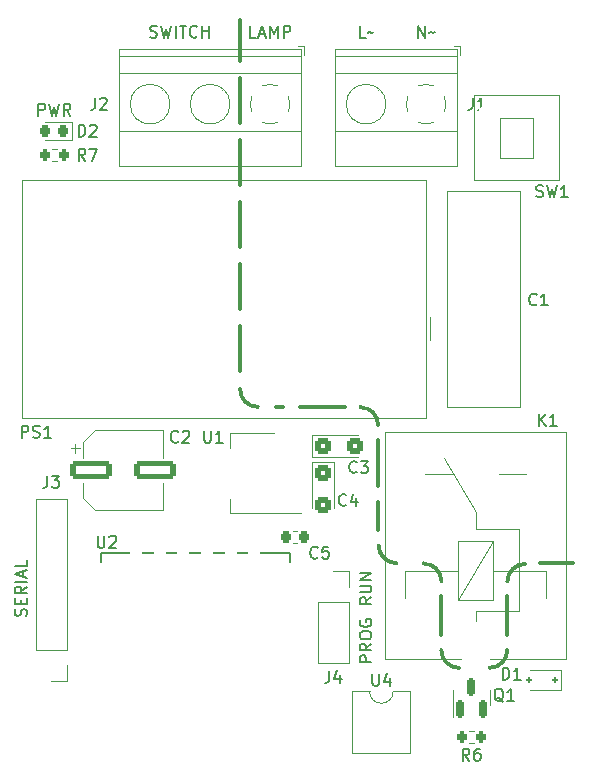
<source format=gto>
G04 #@! TF.GenerationSoftware,KiCad,Pcbnew,7.0.8*
G04 #@! TF.CreationDate,2024-05-09T14:58:02-03:00*
G04 #@! TF.ProjectId,lamp_module_x1,6c616d70-5f6d-46f6-9475-6c655f78312e,1.1*
G04 #@! TF.SameCoordinates,Original*
G04 #@! TF.FileFunction,Legend,Top*
G04 #@! TF.FilePolarity,Positive*
%FSLAX46Y46*%
G04 Gerber Fmt 4.6, Leading zero omitted, Abs format (unit mm)*
G04 Created by KiCad (PCBNEW 7.0.8) date 2024-05-09 14:58:02*
%MOMM*%
%LPD*%
G01*
G04 APERTURE LIST*
G04 Aperture macros list*
%AMRoundRect*
0 Rectangle with rounded corners*
0 $1 Rounding radius*
0 $2 $3 $4 $5 $6 $7 $8 $9 X,Y pos of 4 corners*
0 Add a 4 corners polygon primitive as box body*
4,1,4,$2,$3,$4,$5,$6,$7,$8,$9,$2,$3,0*
0 Add four circle primitives for the rounded corners*
1,1,$1+$1,$2,$3*
1,1,$1+$1,$4,$5*
1,1,$1+$1,$6,$7*
1,1,$1+$1,$8,$9*
0 Add four rect primitives between the rounded corners*
20,1,$1+$1,$2,$3,$4,$5,0*
20,1,$1+$1,$4,$5,$6,$7,0*
20,1,$1+$1,$6,$7,$8,$9,0*
20,1,$1+$1,$8,$9,$2,$3,0*%
G04 Aperture macros list end*
%ADD10C,0.350000*%
%ADD11C,0.150000*%
%ADD12C,0.120000*%
%ADD13C,0.152400*%
%ADD14R,1.500000X1.500000*%
%ADD15C,1.500000*%
%ADD16RoundRect,0.225000X-0.225000X-0.250000X0.225000X-0.250000X0.225000X0.250000X-0.225000X0.250000X0*%
%ADD17RoundRect,0.150000X0.150000X-0.587500X0.150000X0.587500X-0.150000X0.587500X-0.150000X-0.587500X0*%
%ADD18C,2.500000*%
%ADD19RoundRect,0.125000X0.125000X0.125000X-0.125000X0.125000X-0.125000X-0.125000X0.125000X-0.125000X0*%
%ADD20R,1.700000X1.700000*%
%ADD21O,1.700000X1.700000*%
%ADD22RoundRect,0.218750X0.218750X0.256250X-0.218750X0.256250X-0.218750X-0.256250X0.218750X-0.256250X0*%
%ADD23C,3.000000*%
%ADD24R,2.600000X2.600000*%
%ADD25C,2.600000*%
%ADD26R,2.000000X1.500000*%
%ADD27R,2.000000X3.800000*%
%ADD28RoundRect,0.200000X-0.200000X-0.275000X0.200000X-0.275000X0.200000X0.275000X-0.200000X0.275000X0*%
%ADD29RoundRect,0.250000X-0.425000X0.450000X-0.425000X-0.450000X0.425000X-0.450000X0.425000X0.450000X0*%
%ADD30R,2.500000X1.100000*%
%ADD31R,1.100000X2.500000*%
%ADD32C,2.400000*%
%ADD33R,2.000000X1.780000*%
%ADD34R,2.300000X2.000000*%
%ADD35C,2.300000*%
%ADD36RoundRect,0.250000X-0.450000X-0.425000X0.450000X-0.425000X0.450000X0.425000X-0.450000X0.425000X0*%
%ADD37RoundRect,0.250000X-1.500000X-0.550000X1.500000X-0.550000X1.500000X0.550000X-1.500000X0.550000X0*%
G04 APERTURE END LIST*
D10*
X165378000Y-99777300D02*
X165378000Y-103079300D01*
X170966000Y-99777300D02*
X170966000Y-103079300D01*
X160068000Y-95483300D02*
G75*
G03*
X161568000Y-96983300I1500000J0D01*
G01*
X160044000Y-86569300D02*
X160044000Y-90419300D01*
X160044000Y-91819300D02*
X160044000Y-94189300D01*
X148336000Y-82251300D02*
G75*
G03*
X149836000Y-83751300I1500000J0D01*
G01*
X165378000Y-104349300D02*
G75*
G03*
X166878000Y-105849300I1500000J0D01*
G01*
X165378000Y-98507300D02*
G75*
G03*
X163878000Y-97007300I-1500000J0D01*
G01*
X173760000Y-96983300D02*
X176554000Y-96983300D01*
X160020000Y-85275300D02*
G75*
G03*
X158520000Y-83775300I-1500000J0D01*
G01*
X157250000Y-83775300D02*
X153400000Y-83775300D01*
X152000000Y-83775300D02*
X151384000Y-83775300D01*
X172466000Y-97051900D02*
G75*
G03*
X170966000Y-98551946I100J-1500100D01*
G01*
X148336000Y-80727300D02*
X148336000Y-76877300D01*
X148336000Y-75477300D02*
X148336000Y-71627300D01*
X148336000Y-70227300D02*
X148336000Y-66377300D01*
X148336000Y-64977300D02*
X148336000Y-61127300D01*
X148336000Y-59727300D02*
X148336000Y-55877300D01*
X148336000Y-54477300D02*
X148336000Y-51009300D01*
X169466000Y-105849300D02*
G75*
G03*
X170966000Y-104349300I0J1500000D01*
G01*
D11*
X173418667Y-65939200D02*
X173561524Y-65986819D01*
X173561524Y-65986819D02*
X173799619Y-65986819D01*
X173799619Y-65986819D02*
X173894857Y-65939200D01*
X173894857Y-65939200D02*
X173942476Y-65891580D01*
X173942476Y-65891580D02*
X173990095Y-65796342D01*
X173990095Y-65796342D02*
X173990095Y-65701104D01*
X173990095Y-65701104D02*
X173942476Y-65605866D01*
X173942476Y-65605866D02*
X173894857Y-65558247D01*
X173894857Y-65558247D02*
X173799619Y-65510628D01*
X173799619Y-65510628D02*
X173609143Y-65463009D01*
X173609143Y-65463009D02*
X173513905Y-65415390D01*
X173513905Y-65415390D02*
X173466286Y-65367771D01*
X173466286Y-65367771D02*
X173418667Y-65272533D01*
X173418667Y-65272533D02*
X173418667Y-65177295D01*
X173418667Y-65177295D02*
X173466286Y-65082057D01*
X173466286Y-65082057D02*
X173513905Y-65034438D01*
X173513905Y-65034438D02*
X173609143Y-64986819D01*
X173609143Y-64986819D02*
X173847238Y-64986819D01*
X173847238Y-64986819D02*
X173990095Y-65034438D01*
X174323429Y-64986819D02*
X174561524Y-65986819D01*
X174561524Y-65986819D02*
X174752000Y-65272533D01*
X174752000Y-65272533D02*
X174942476Y-65986819D01*
X174942476Y-65986819D02*
X175180572Y-64986819D01*
X176085333Y-65986819D02*
X175513905Y-65986819D01*
X175799619Y-65986819D02*
X175799619Y-64986819D01*
X175799619Y-64986819D02*
X175704381Y-65129676D01*
X175704381Y-65129676D02*
X175609143Y-65224914D01*
X175609143Y-65224914D02*
X175513905Y-65272533D01*
X154900333Y-96498580D02*
X154852714Y-96546200D01*
X154852714Y-96546200D02*
X154709857Y-96593819D01*
X154709857Y-96593819D02*
X154614619Y-96593819D01*
X154614619Y-96593819D02*
X154471762Y-96546200D01*
X154471762Y-96546200D02*
X154376524Y-96450961D01*
X154376524Y-96450961D02*
X154328905Y-96355723D01*
X154328905Y-96355723D02*
X154281286Y-96165247D01*
X154281286Y-96165247D02*
X154281286Y-96022390D01*
X154281286Y-96022390D02*
X154328905Y-95831914D01*
X154328905Y-95831914D02*
X154376524Y-95736676D01*
X154376524Y-95736676D02*
X154471762Y-95641438D01*
X154471762Y-95641438D02*
X154614619Y-95593819D01*
X154614619Y-95593819D02*
X154709857Y-95593819D01*
X154709857Y-95593819D02*
X154852714Y-95641438D01*
X154852714Y-95641438D02*
X154900333Y-95689057D01*
X155805095Y-95593819D02*
X155328905Y-95593819D01*
X155328905Y-95593819D02*
X155281286Y-96070009D01*
X155281286Y-96070009D02*
X155328905Y-96022390D01*
X155328905Y-96022390D02*
X155424143Y-95974771D01*
X155424143Y-95974771D02*
X155662238Y-95974771D01*
X155662238Y-95974771D02*
X155757476Y-96022390D01*
X155757476Y-96022390D02*
X155805095Y-96070009D01*
X155805095Y-96070009D02*
X155852714Y-96165247D01*
X155852714Y-96165247D02*
X155852714Y-96403342D01*
X155852714Y-96403342D02*
X155805095Y-96498580D01*
X155805095Y-96498580D02*
X155757476Y-96546200D01*
X155757476Y-96546200D02*
X155662238Y-96593819D01*
X155662238Y-96593819D02*
X155424143Y-96593819D01*
X155424143Y-96593819D02*
X155328905Y-96546200D01*
X155328905Y-96546200D02*
X155281286Y-96498580D01*
X170616761Y-108709357D02*
X170521523Y-108661738D01*
X170521523Y-108661738D02*
X170426285Y-108566500D01*
X170426285Y-108566500D02*
X170283428Y-108423642D01*
X170283428Y-108423642D02*
X170188190Y-108376023D01*
X170188190Y-108376023D02*
X170092952Y-108376023D01*
X170140571Y-108614119D02*
X170045333Y-108566500D01*
X170045333Y-108566500D02*
X169950095Y-108471261D01*
X169950095Y-108471261D02*
X169902476Y-108280785D01*
X169902476Y-108280785D02*
X169902476Y-107947452D01*
X169902476Y-107947452D02*
X169950095Y-107756976D01*
X169950095Y-107756976D02*
X170045333Y-107661738D01*
X170045333Y-107661738D02*
X170140571Y-107614119D01*
X170140571Y-107614119D02*
X170331047Y-107614119D01*
X170331047Y-107614119D02*
X170426285Y-107661738D01*
X170426285Y-107661738D02*
X170521523Y-107756976D01*
X170521523Y-107756976D02*
X170569142Y-107947452D01*
X170569142Y-107947452D02*
X170569142Y-108280785D01*
X170569142Y-108280785D02*
X170521523Y-108471261D01*
X170521523Y-108471261D02*
X170426285Y-108566500D01*
X170426285Y-108566500D02*
X170331047Y-108614119D01*
X170331047Y-108614119D02*
X170140571Y-108614119D01*
X171521523Y-108614119D02*
X170950095Y-108614119D01*
X171235809Y-108614119D02*
X171235809Y-107614119D01*
X171235809Y-107614119D02*
X171140571Y-107756976D01*
X171140571Y-107756976D02*
X171045333Y-107852214D01*
X171045333Y-107852214D02*
X170950095Y-107899833D01*
X170565405Y-106836119D02*
X170565405Y-105836119D01*
X170565405Y-105836119D02*
X170803500Y-105836119D01*
X170803500Y-105836119D02*
X170946357Y-105883738D01*
X170946357Y-105883738D02*
X171041595Y-105978976D01*
X171041595Y-105978976D02*
X171089214Y-106074214D01*
X171089214Y-106074214D02*
X171136833Y-106264690D01*
X171136833Y-106264690D02*
X171136833Y-106407547D01*
X171136833Y-106407547D02*
X171089214Y-106598023D01*
X171089214Y-106598023D02*
X171041595Y-106693261D01*
X171041595Y-106693261D02*
X170946357Y-106788500D01*
X170946357Y-106788500D02*
X170803500Y-106836119D01*
X170803500Y-106836119D02*
X170565405Y-106836119D01*
X172089214Y-106836119D02*
X171517786Y-106836119D01*
X171803500Y-106836119D02*
X171803500Y-105836119D01*
X171803500Y-105836119D02*
X171708262Y-105978976D01*
X171708262Y-105978976D02*
X171613024Y-106074214D01*
X171613024Y-106074214D02*
X171517786Y-106121833D01*
X155900666Y-106090119D02*
X155900666Y-106804404D01*
X155900666Y-106804404D02*
X155853047Y-106947261D01*
X155853047Y-106947261D02*
X155757809Y-107042500D01*
X155757809Y-107042500D02*
X155614952Y-107090119D01*
X155614952Y-107090119D02*
X155519714Y-107090119D01*
X156805428Y-106423452D02*
X156805428Y-107090119D01*
X156567333Y-106042500D02*
X156329238Y-106756785D01*
X156329238Y-106756785D02*
X156948285Y-106756785D01*
X159457819Y-99880395D02*
X158981628Y-100213728D01*
X159457819Y-100451823D02*
X158457819Y-100451823D01*
X158457819Y-100451823D02*
X158457819Y-100070871D01*
X158457819Y-100070871D02*
X158505438Y-99975633D01*
X158505438Y-99975633D02*
X158553057Y-99928014D01*
X158553057Y-99928014D02*
X158648295Y-99880395D01*
X158648295Y-99880395D02*
X158791152Y-99880395D01*
X158791152Y-99880395D02*
X158886390Y-99928014D01*
X158886390Y-99928014D02*
X158934009Y-99975633D01*
X158934009Y-99975633D02*
X158981628Y-100070871D01*
X158981628Y-100070871D02*
X158981628Y-100451823D01*
X158457819Y-99451823D02*
X159267342Y-99451823D01*
X159267342Y-99451823D02*
X159362580Y-99404204D01*
X159362580Y-99404204D02*
X159410200Y-99356585D01*
X159410200Y-99356585D02*
X159457819Y-99261347D01*
X159457819Y-99261347D02*
X159457819Y-99070871D01*
X159457819Y-99070871D02*
X159410200Y-98975633D01*
X159410200Y-98975633D02*
X159362580Y-98928014D01*
X159362580Y-98928014D02*
X159267342Y-98880395D01*
X159267342Y-98880395D02*
X158457819Y-98880395D01*
X159457819Y-98404204D02*
X158457819Y-98404204D01*
X158457819Y-98404204D02*
X159457819Y-97832776D01*
X159457819Y-97832776D02*
X158457819Y-97832776D01*
X159457819Y-105373013D02*
X158457819Y-105373013D01*
X158457819Y-105373013D02*
X158457819Y-104992061D01*
X158457819Y-104992061D02*
X158505438Y-104896823D01*
X158505438Y-104896823D02*
X158553057Y-104849204D01*
X158553057Y-104849204D02*
X158648295Y-104801585D01*
X158648295Y-104801585D02*
X158791152Y-104801585D01*
X158791152Y-104801585D02*
X158886390Y-104849204D01*
X158886390Y-104849204D02*
X158934009Y-104896823D01*
X158934009Y-104896823D02*
X158981628Y-104992061D01*
X158981628Y-104992061D02*
X158981628Y-105373013D01*
X159457819Y-103801585D02*
X158981628Y-104134918D01*
X159457819Y-104373013D02*
X158457819Y-104373013D01*
X158457819Y-104373013D02*
X158457819Y-103992061D01*
X158457819Y-103992061D02*
X158505438Y-103896823D01*
X158505438Y-103896823D02*
X158553057Y-103849204D01*
X158553057Y-103849204D02*
X158648295Y-103801585D01*
X158648295Y-103801585D02*
X158791152Y-103801585D01*
X158791152Y-103801585D02*
X158886390Y-103849204D01*
X158886390Y-103849204D02*
X158934009Y-103896823D01*
X158934009Y-103896823D02*
X158981628Y-103992061D01*
X158981628Y-103992061D02*
X158981628Y-104373013D01*
X158457819Y-103182537D02*
X158457819Y-102992061D01*
X158457819Y-102992061D02*
X158505438Y-102896823D01*
X158505438Y-102896823D02*
X158600676Y-102801585D01*
X158600676Y-102801585D02*
X158791152Y-102753966D01*
X158791152Y-102753966D02*
X159124485Y-102753966D01*
X159124485Y-102753966D02*
X159314961Y-102801585D01*
X159314961Y-102801585D02*
X159410200Y-102896823D01*
X159410200Y-102896823D02*
X159457819Y-102992061D01*
X159457819Y-102992061D02*
X159457819Y-103182537D01*
X159457819Y-103182537D02*
X159410200Y-103277775D01*
X159410200Y-103277775D02*
X159314961Y-103373013D01*
X159314961Y-103373013D02*
X159124485Y-103420632D01*
X159124485Y-103420632D02*
X158791152Y-103420632D01*
X158791152Y-103420632D02*
X158600676Y-103373013D01*
X158600676Y-103373013D02*
X158505438Y-103277775D01*
X158505438Y-103277775D02*
X158457819Y-103182537D01*
X158505438Y-101801585D02*
X158457819Y-101896823D01*
X158457819Y-101896823D02*
X158457819Y-102039680D01*
X158457819Y-102039680D02*
X158505438Y-102182537D01*
X158505438Y-102182537D02*
X158600676Y-102277775D01*
X158600676Y-102277775D02*
X158695914Y-102325394D01*
X158695914Y-102325394D02*
X158886390Y-102373013D01*
X158886390Y-102373013D02*
X159029247Y-102373013D01*
X159029247Y-102373013D02*
X159219723Y-102325394D01*
X159219723Y-102325394D02*
X159314961Y-102277775D01*
X159314961Y-102277775D02*
X159410200Y-102182537D01*
X159410200Y-102182537D02*
X159457819Y-102039680D01*
X159457819Y-102039680D02*
X159457819Y-101944442D01*
X159457819Y-101944442D02*
X159410200Y-101801585D01*
X159410200Y-101801585D02*
X159362580Y-101753966D01*
X159362580Y-101753966D02*
X159029247Y-101753966D01*
X159029247Y-101753966D02*
X159029247Y-101944442D01*
X134667905Y-60862119D02*
X134667905Y-59862119D01*
X134667905Y-59862119D02*
X134906000Y-59862119D01*
X134906000Y-59862119D02*
X135048857Y-59909738D01*
X135048857Y-59909738D02*
X135144095Y-60004976D01*
X135144095Y-60004976D02*
X135191714Y-60100214D01*
X135191714Y-60100214D02*
X135239333Y-60290690D01*
X135239333Y-60290690D02*
X135239333Y-60433547D01*
X135239333Y-60433547D02*
X135191714Y-60624023D01*
X135191714Y-60624023D02*
X135144095Y-60719261D01*
X135144095Y-60719261D02*
X135048857Y-60814500D01*
X135048857Y-60814500D02*
X134906000Y-60862119D01*
X134906000Y-60862119D02*
X134667905Y-60862119D01*
X135620286Y-59957357D02*
X135667905Y-59909738D01*
X135667905Y-59909738D02*
X135763143Y-59862119D01*
X135763143Y-59862119D02*
X136001238Y-59862119D01*
X136001238Y-59862119D02*
X136096476Y-59909738D01*
X136096476Y-59909738D02*
X136144095Y-59957357D01*
X136144095Y-59957357D02*
X136191714Y-60052595D01*
X136191714Y-60052595D02*
X136191714Y-60147833D01*
X136191714Y-60147833D02*
X136144095Y-60290690D01*
X136144095Y-60290690D02*
X135572667Y-60862119D01*
X135572667Y-60862119D02*
X136191714Y-60862119D01*
X131258667Y-59084119D02*
X131258667Y-58084119D01*
X131258667Y-58084119D02*
X131639619Y-58084119D01*
X131639619Y-58084119D02*
X131734857Y-58131738D01*
X131734857Y-58131738D02*
X131782476Y-58179357D01*
X131782476Y-58179357D02*
X131830095Y-58274595D01*
X131830095Y-58274595D02*
X131830095Y-58417452D01*
X131830095Y-58417452D02*
X131782476Y-58512690D01*
X131782476Y-58512690D02*
X131734857Y-58560309D01*
X131734857Y-58560309D02*
X131639619Y-58607928D01*
X131639619Y-58607928D02*
X131258667Y-58607928D01*
X132163429Y-58084119D02*
X132401524Y-59084119D01*
X132401524Y-59084119D02*
X132592000Y-58369833D01*
X132592000Y-58369833D02*
X132782476Y-59084119D01*
X132782476Y-59084119D02*
X133020572Y-58084119D01*
X133972952Y-59084119D02*
X133639619Y-58607928D01*
X133401524Y-59084119D02*
X133401524Y-58084119D01*
X133401524Y-58084119D02*
X133782476Y-58084119D01*
X133782476Y-58084119D02*
X133877714Y-58131738D01*
X133877714Y-58131738D02*
X133925333Y-58179357D01*
X133925333Y-58179357D02*
X133972952Y-58274595D01*
X133972952Y-58274595D02*
X133972952Y-58417452D01*
X133972952Y-58417452D02*
X133925333Y-58512690D01*
X133925333Y-58512690D02*
X133877714Y-58560309D01*
X133877714Y-58560309D02*
X133782476Y-58607928D01*
X133782476Y-58607928D02*
X133401524Y-58607928D01*
X173625905Y-85350119D02*
X173625905Y-84350119D01*
X174197333Y-85350119D02*
X173768762Y-84778690D01*
X174197333Y-84350119D02*
X173625905Y-84921547D01*
X175149714Y-85350119D02*
X174578286Y-85350119D01*
X174864000Y-85350119D02*
X174864000Y-84350119D01*
X174864000Y-84350119D02*
X174768762Y-84492976D01*
X174768762Y-84492976D02*
X174673524Y-84588214D01*
X174673524Y-84588214D02*
X174578286Y-84635833D01*
X136064666Y-57576119D02*
X136064666Y-58290404D01*
X136064666Y-58290404D02*
X136017047Y-58433261D01*
X136017047Y-58433261D02*
X135921809Y-58528500D01*
X135921809Y-58528500D02*
X135778952Y-58576119D01*
X135778952Y-58576119D02*
X135683714Y-58576119D01*
X136493238Y-57671357D02*
X136540857Y-57623738D01*
X136540857Y-57623738D02*
X136636095Y-57576119D01*
X136636095Y-57576119D02*
X136874190Y-57576119D01*
X136874190Y-57576119D02*
X136969428Y-57623738D01*
X136969428Y-57623738D02*
X137017047Y-57671357D01*
X137017047Y-57671357D02*
X137064666Y-57766595D01*
X137064666Y-57766595D02*
X137064666Y-57861833D01*
X137064666Y-57861833D02*
X137017047Y-58004690D01*
X137017047Y-58004690D02*
X136445619Y-58576119D01*
X136445619Y-58576119D02*
X137064666Y-58576119D01*
X140732000Y-52432500D02*
X140874857Y-52480119D01*
X140874857Y-52480119D02*
X141112952Y-52480119D01*
X141112952Y-52480119D02*
X141208190Y-52432500D01*
X141208190Y-52432500D02*
X141255809Y-52384880D01*
X141255809Y-52384880D02*
X141303428Y-52289642D01*
X141303428Y-52289642D02*
X141303428Y-52194404D01*
X141303428Y-52194404D02*
X141255809Y-52099166D01*
X141255809Y-52099166D02*
X141208190Y-52051547D01*
X141208190Y-52051547D02*
X141112952Y-52003928D01*
X141112952Y-52003928D02*
X140922476Y-51956309D01*
X140922476Y-51956309D02*
X140827238Y-51908690D01*
X140827238Y-51908690D02*
X140779619Y-51861071D01*
X140779619Y-51861071D02*
X140732000Y-51765833D01*
X140732000Y-51765833D02*
X140732000Y-51670595D01*
X140732000Y-51670595D02*
X140779619Y-51575357D01*
X140779619Y-51575357D02*
X140827238Y-51527738D01*
X140827238Y-51527738D02*
X140922476Y-51480119D01*
X140922476Y-51480119D02*
X141160571Y-51480119D01*
X141160571Y-51480119D02*
X141303428Y-51527738D01*
X141636762Y-51480119D02*
X141874857Y-52480119D01*
X141874857Y-52480119D02*
X142065333Y-51765833D01*
X142065333Y-51765833D02*
X142255809Y-52480119D01*
X142255809Y-52480119D02*
X142493905Y-51480119D01*
X142874857Y-52480119D02*
X142874857Y-51480119D01*
X143208190Y-51480119D02*
X143779618Y-51480119D01*
X143493904Y-52480119D02*
X143493904Y-51480119D01*
X144684380Y-52384880D02*
X144636761Y-52432500D01*
X144636761Y-52432500D02*
X144493904Y-52480119D01*
X144493904Y-52480119D02*
X144398666Y-52480119D01*
X144398666Y-52480119D02*
X144255809Y-52432500D01*
X144255809Y-52432500D02*
X144160571Y-52337261D01*
X144160571Y-52337261D02*
X144112952Y-52242023D01*
X144112952Y-52242023D02*
X144065333Y-52051547D01*
X144065333Y-52051547D02*
X144065333Y-51908690D01*
X144065333Y-51908690D02*
X144112952Y-51718214D01*
X144112952Y-51718214D02*
X144160571Y-51622976D01*
X144160571Y-51622976D02*
X144255809Y-51527738D01*
X144255809Y-51527738D02*
X144398666Y-51480119D01*
X144398666Y-51480119D02*
X144493904Y-51480119D01*
X144493904Y-51480119D02*
X144636761Y-51527738D01*
X144636761Y-51527738D02*
X144684380Y-51575357D01*
X145112952Y-52480119D02*
X145112952Y-51480119D01*
X145112952Y-51956309D02*
X145684380Y-51956309D01*
X145684380Y-52480119D02*
X145684380Y-51480119D01*
X149685523Y-52480119D02*
X149209333Y-52480119D01*
X149209333Y-52480119D02*
X149209333Y-51480119D01*
X149971238Y-52194404D02*
X150447428Y-52194404D01*
X149876000Y-52480119D02*
X150209333Y-51480119D01*
X150209333Y-51480119D02*
X150542666Y-52480119D01*
X150876000Y-52480119D02*
X150876000Y-51480119D01*
X150876000Y-51480119D02*
X151209333Y-52194404D01*
X151209333Y-52194404D02*
X151542666Y-51480119D01*
X151542666Y-51480119D02*
X151542666Y-52480119D01*
X152018857Y-52480119D02*
X152018857Y-51480119D01*
X152018857Y-51480119D02*
X152399809Y-51480119D01*
X152399809Y-51480119D02*
X152495047Y-51527738D01*
X152495047Y-51527738D02*
X152542666Y-51575357D01*
X152542666Y-51575357D02*
X152590285Y-51670595D01*
X152590285Y-51670595D02*
X152590285Y-51813452D01*
X152590285Y-51813452D02*
X152542666Y-51908690D01*
X152542666Y-51908690D02*
X152495047Y-51956309D01*
X152495047Y-51956309D02*
X152399809Y-52003928D01*
X152399809Y-52003928D02*
X152018857Y-52003928D01*
X132024666Y-89580119D02*
X132024666Y-90294404D01*
X132024666Y-90294404D02*
X131977047Y-90437261D01*
X131977047Y-90437261D02*
X131881809Y-90532500D01*
X131881809Y-90532500D02*
X131738952Y-90580119D01*
X131738952Y-90580119D02*
X131643714Y-90580119D01*
X132405619Y-89580119D02*
X133024666Y-89580119D01*
X133024666Y-89580119D02*
X132691333Y-89961071D01*
X132691333Y-89961071D02*
X132834190Y-89961071D01*
X132834190Y-89961071D02*
X132929428Y-90008690D01*
X132929428Y-90008690D02*
X132977047Y-90056309D01*
X132977047Y-90056309D02*
X133024666Y-90151547D01*
X133024666Y-90151547D02*
X133024666Y-90389642D01*
X133024666Y-90389642D02*
X132977047Y-90484880D01*
X132977047Y-90484880D02*
X132929428Y-90532500D01*
X132929428Y-90532500D02*
X132834190Y-90580119D01*
X132834190Y-90580119D02*
X132548476Y-90580119D01*
X132548476Y-90580119D02*
X132453238Y-90532500D01*
X132453238Y-90532500D02*
X132405619Y-90484880D01*
X130225200Y-101451823D02*
X130272819Y-101308966D01*
X130272819Y-101308966D02*
X130272819Y-101070871D01*
X130272819Y-101070871D02*
X130225200Y-100975633D01*
X130225200Y-100975633D02*
X130177580Y-100928014D01*
X130177580Y-100928014D02*
X130082342Y-100880395D01*
X130082342Y-100880395D02*
X129987104Y-100880395D01*
X129987104Y-100880395D02*
X129891866Y-100928014D01*
X129891866Y-100928014D02*
X129844247Y-100975633D01*
X129844247Y-100975633D02*
X129796628Y-101070871D01*
X129796628Y-101070871D02*
X129749009Y-101261347D01*
X129749009Y-101261347D02*
X129701390Y-101356585D01*
X129701390Y-101356585D02*
X129653771Y-101404204D01*
X129653771Y-101404204D02*
X129558533Y-101451823D01*
X129558533Y-101451823D02*
X129463295Y-101451823D01*
X129463295Y-101451823D02*
X129368057Y-101404204D01*
X129368057Y-101404204D02*
X129320438Y-101356585D01*
X129320438Y-101356585D02*
X129272819Y-101261347D01*
X129272819Y-101261347D02*
X129272819Y-101023252D01*
X129272819Y-101023252D02*
X129320438Y-100880395D01*
X129749009Y-100451823D02*
X129749009Y-100118490D01*
X130272819Y-99975633D02*
X130272819Y-100451823D01*
X130272819Y-100451823D02*
X129272819Y-100451823D01*
X129272819Y-100451823D02*
X129272819Y-99975633D01*
X130272819Y-98975633D02*
X129796628Y-99308966D01*
X130272819Y-99547061D02*
X129272819Y-99547061D01*
X129272819Y-99547061D02*
X129272819Y-99166109D01*
X129272819Y-99166109D02*
X129320438Y-99070871D01*
X129320438Y-99070871D02*
X129368057Y-99023252D01*
X129368057Y-99023252D02*
X129463295Y-98975633D01*
X129463295Y-98975633D02*
X129606152Y-98975633D01*
X129606152Y-98975633D02*
X129701390Y-99023252D01*
X129701390Y-99023252D02*
X129749009Y-99070871D01*
X129749009Y-99070871D02*
X129796628Y-99166109D01*
X129796628Y-99166109D02*
X129796628Y-99547061D01*
X130272819Y-98547061D02*
X129272819Y-98547061D01*
X129987104Y-98118490D02*
X129987104Y-97642300D01*
X130272819Y-98213728D02*
X129272819Y-97880395D01*
X129272819Y-97880395D02*
X130272819Y-97547062D01*
X130272819Y-96737538D02*
X130272819Y-97213728D01*
X130272819Y-97213728D02*
X129272819Y-97213728D01*
X168036666Y-57576119D02*
X168036666Y-58290404D01*
X168036666Y-58290404D02*
X167989047Y-58433261D01*
X167989047Y-58433261D02*
X167893809Y-58528500D01*
X167893809Y-58528500D02*
X167750952Y-58576119D01*
X167750952Y-58576119D02*
X167655714Y-58576119D01*
X169036666Y-58576119D02*
X168465238Y-58576119D01*
X168750952Y-58576119D02*
X168750952Y-57576119D01*
X168750952Y-57576119D02*
X168655714Y-57718976D01*
X168655714Y-57718976D02*
X168560476Y-57814214D01*
X168560476Y-57814214D02*
X168465238Y-57861833D01*
X163441143Y-52480119D02*
X163441143Y-51480119D01*
X163441143Y-51480119D02*
X164012571Y-52480119D01*
X164012571Y-52480119D02*
X164012571Y-51480119D01*
X164345905Y-52099166D02*
X164393524Y-52051547D01*
X164393524Y-52051547D02*
X164488762Y-52003928D01*
X164488762Y-52003928D02*
X164679238Y-52099166D01*
X164679238Y-52099166D02*
X164774476Y-52051547D01*
X164774476Y-52051547D02*
X164822095Y-52003928D01*
X158956380Y-52480119D02*
X158480190Y-52480119D01*
X158480190Y-52480119D02*
X158480190Y-51480119D01*
X159146857Y-52099166D02*
X159194476Y-52051547D01*
X159194476Y-52051547D02*
X159289714Y-52003928D01*
X159289714Y-52003928D02*
X159480190Y-52099166D01*
X159480190Y-52099166D02*
X159575428Y-52051547D01*
X159575428Y-52051547D02*
X159623047Y-52003928D01*
X145288094Y-85770119D02*
X145288094Y-86579642D01*
X145288094Y-86579642D02*
X145335713Y-86674880D01*
X145335713Y-86674880D02*
X145383332Y-86722500D01*
X145383332Y-86722500D02*
X145478570Y-86770119D01*
X145478570Y-86770119D02*
X145669046Y-86770119D01*
X145669046Y-86770119D02*
X145764284Y-86722500D01*
X145764284Y-86722500D02*
X145811903Y-86674880D01*
X145811903Y-86674880D02*
X145859522Y-86579642D01*
X145859522Y-86579642D02*
X145859522Y-85770119D01*
X146859522Y-86770119D02*
X146288094Y-86770119D01*
X146573808Y-86770119D02*
X146573808Y-85770119D01*
X146573808Y-85770119D02*
X146478570Y-85912976D01*
X146478570Y-85912976D02*
X146383332Y-86008214D01*
X146383332Y-86008214D02*
X146288094Y-86055833D01*
X167751333Y-113694119D02*
X167418000Y-113217928D01*
X167179905Y-113694119D02*
X167179905Y-112694119D01*
X167179905Y-112694119D02*
X167560857Y-112694119D01*
X167560857Y-112694119D02*
X167656095Y-112741738D01*
X167656095Y-112741738D02*
X167703714Y-112789357D01*
X167703714Y-112789357D02*
X167751333Y-112884595D01*
X167751333Y-112884595D02*
X167751333Y-113027452D01*
X167751333Y-113027452D02*
X167703714Y-113122690D01*
X167703714Y-113122690D02*
X167656095Y-113170309D01*
X167656095Y-113170309D02*
X167560857Y-113217928D01*
X167560857Y-113217928D02*
X167179905Y-113217928D01*
X168608476Y-112694119D02*
X168418000Y-112694119D01*
X168418000Y-112694119D02*
X168322762Y-112741738D01*
X168322762Y-112741738D02*
X168275143Y-112789357D01*
X168275143Y-112789357D02*
X168179905Y-112932214D01*
X168179905Y-112932214D02*
X168132286Y-113122690D01*
X168132286Y-113122690D02*
X168132286Y-113503642D01*
X168132286Y-113503642D02*
X168179905Y-113598880D01*
X168179905Y-113598880D02*
X168227524Y-113646500D01*
X168227524Y-113646500D02*
X168322762Y-113694119D01*
X168322762Y-113694119D02*
X168513238Y-113694119D01*
X168513238Y-113694119D02*
X168608476Y-113646500D01*
X168608476Y-113646500D02*
X168656095Y-113598880D01*
X168656095Y-113598880D02*
X168703714Y-113503642D01*
X168703714Y-113503642D02*
X168703714Y-113265547D01*
X168703714Y-113265547D02*
X168656095Y-113170309D01*
X168656095Y-113170309D02*
X168608476Y-113122690D01*
X168608476Y-113122690D02*
X168513238Y-113075071D01*
X168513238Y-113075071D02*
X168322762Y-113075071D01*
X168322762Y-113075071D02*
X168227524Y-113122690D01*
X168227524Y-113122690D02*
X168179905Y-113170309D01*
X168179905Y-113170309D02*
X168132286Y-113265547D01*
X157313333Y-92053580D02*
X157265714Y-92101200D01*
X157265714Y-92101200D02*
X157122857Y-92148819D01*
X157122857Y-92148819D02*
X157027619Y-92148819D01*
X157027619Y-92148819D02*
X156884762Y-92101200D01*
X156884762Y-92101200D02*
X156789524Y-92005961D01*
X156789524Y-92005961D02*
X156741905Y-91910723D01*
X156741905Y-91910723D02*
X156694286Y-91720247D01*
X156694286Y-91720247D02*
X156694286Y-91577390D01*
X156694286Y-91577390D02*
X156741905Y-91386914D01*
X156741905Y-91386914D02*
X156789524Y-91291676D01*
X156789524Y-91291676D02*
X156884762Y-91196438D01*
X156884762Y-91196438D02*
X157027619Y-91148819D01*
X157027619Y-91148819D02*
X157122857Y-91148819D01*
X157122857Y-91148819D02*
X157265714Y-91196438D01*
X157265714Y-91196438D02*
X157313333Y-91244057D01*
X158170476Y-91482152D02*
X158170476Y-92148819D01*
X157932381Y-91101200D02*
X157694286Y-91815485D01*
X157694286Y-91815485D02*
X158313333Y-91815485D01*
X136269095Y-94669619D02*
X136269095Y-95479142D01*
X136269095Y-95479142D02*
X136316714Y-95574380D01*
X136316714Y-95574380D02*
X136364333Y-95622000D01*
X136364333Y-95622000D02*
X136459571Y-95669619D01*
X136459571Y-95669619D02*
X136650047Y-95669619D01*
X136650047Y-95669619D02*
X136745285Y-95622000D01*
X136745285Y-95622000D02*
X136792904Y-95574380D01*
X136792904Y-95574380D02*
X136840523Y-95479142D01*
X136840523Y-95479142D02*
X136840523Y-94669619D01*
X137269095Y-94764857D02*
X137316714Y-94717238D01*
X137316714Y-94717238D02*
X137411952Y-94669619D01*
X137411952Y-94669619D02*
X137650047Y-94669619D01*
X137650047Y-94669619D02*
X137745285Y-94717238D01*
X137745285Y-94717238D02*
X137792904Y-94764857D01*
X137792904Y-94764857D02*
X137840523Y-94860095D01*
X137840523Y-94860095D02*
X137840523Y-94955333D01*
X137840523Y-94955333D02*
X137792904Y-95098190D01*
X137792904Y-95098190D02*
X137221476Y-95669619D01*
X137221476Y-95669619D02*
X137840523Y-95669619D01*
X173441333Y-75070880D02*
X173393714Y-75118500D01*
X173393714Y-75118500D02*
X173250857Y-75166119D01*
X173250857Y-75166119D02*
X173155619Y-75166119D01*
X173155619Y-75166119D02*
X173012762Y-75118500D01*
X173012762Y-75118500D02*
X172917524Y-75023261D01*
X172917524Y-75023261D02*
X172869905Y-74928023D01*
X172869905Y-74928023D02*
X172822286Y-74737547D01*
X172822286Y-74737547D02*
X172822286Y-74594690D01*
X172822286Y-74594690D02*
X172869905Y-74404214D01*
X172869905Y-74404214D02*
X172917524Y-74308976D01*
X172917524Y-74308976D02*
X173012762Y-74213738D01*
X173012762Y-74213738D02*
X173155619Y-74166119D01*
X173155619Y-74166119D02*
X173250857Y-74166119D01*
X173250857Y-74166119D02*
X173393714Y-74213738D01*
X173393714Y-74213738D02*
X173441333Y-74261357D01*
X174393714Y-75166119D02*
X173822286Y-75166119D01*
X174108000Y-75166119D02*
X174108000Y-74166119D01*
X174108000Y-74166119D02*
X174012762Y-74308976D01*
X174012762Y-74308976D02*
X173917524Y-74404214D01*
X173917524Y-74404214D02*
X173822286Y-74451833D01*
X159536095Y-106344119D02*
X159536095Y-107153642D01*
X159536095Y-107153642D02*
X159583714Y-107248880D01*
X159583714Y-107248880D02*
X159631333Y-107296500D01*
X159631333Y-107296500D02*
X159726571Y-107344119D01*
X159726571Y-107344119D02*
X159917047Y-107344119D01*
X159917047Y-107344119D02*
X160012285Y-107296500D01*
X160012285Y-107296500D02*
X160059904Y-107248880D01*
X160059904Y-107248880D02*
X160107523Y-107153642D01*
X160107523Y-107153642D02*
X160107523Y-106344119D01*
X161012285Y-106677452D02*
X161012285Y-107344119D01*
X160774190Y-106296500D02*
X160536095Y-107010785D01*
X160536095Y-107010785D02*
X161155142Y-107010785D01*
X129841714Y-86358119D02*
X129841714Y-85358119D01*
X129841714Y-85358119D02*
X130222666Y-85358119D01*
X130222666Y-85358119D02*
X130317904Y-85405738D01*
X130317904Y-85405738D02*
X130365523Y-85453357D01*
X130365523Y-85453357D02*
X130413142Y-85548595D01*
X130413142Y-85548595D02*
X130413142Y-85691452D01*
X130413142Y-85691452D02*
X130365523Y-85786690D01*
X130365523Y-85786690D02*
X130317904Y-85834309D01*
X130317904Y-85834309D02*
X130222666Y-85881928D01*
X130222666Y-85881928D02*
X129841714Y-85881928D01*
X130794095Y-86310500D02*
X130936952Y-86358119D01*
X130936952Y-86358119D02*
X131175047Y-86358119D01*
X131175047Y-86358119D02*
X131270285Y-86310500D01*
X131270285Y-86310500D02*
X131317904Y-86262880D01*
X131317904Y-86262880D02*
X131365523Y-86167642D01*
X131365523Y-86167642D02*
X131365523Y-86072404D01*
X131365523Y-86072404D02*
X131317904Y-85977166D01*
X131317904Y-85977166D02*
X131270285Y-85929547D01*
X131270285Y-85929547D02*
X131175047Y-85881928D01*
X131175047Y-85881928D02*
X130984571Y-85834309D01*
X130984571Y-85834309D02*
X130889333Y-85786690D01*
X130889333Y-85786690D02*
X130841714Y-85739071D01*
X130841714Y-85739071D02*
X130794095Y-85643833D01*
X130794095Y-85643833D02*
X130794095Y-85548595D01*
X130794095Y-85548595D02*
X130841714Y-85453357D01*
X130841714Y-85453357D02*
X130889333Y-85405738D01*
X130889333Y-85405738D02*
X130984571Y-85358119D01*
X130984571Y-85358119D02*
X131222666Y-85358119D01*
X131222666Y-85358119D02*
X131365523Y-85405738D01*
X132317904Y-86358119D02*
X131746476Y-86358119D01*
X132032190Y-86358119D02*
X132032190Y-85358119D01*
X132032190Y-85358119D02*
X131936952Y-85500976D01*
X131936952Y-85500976D02*
X131841714Y-85596214D01*
X131841714Y-85596214D02*
X131746476Y-85643833D01*
X158202333Y-89259580D02*
X158154714Y-89307200D01*
X158154714Y-89307200D02*
X158011857Y-89354819D01*
X158011857Y-89354819D02*
X157916619Y-89354819D01*
X157916619Y-89354819D02*
X157773762Y-89307200D01*
X157773762Y-89307200D02*
X157678524Y-89211961D01*
X157678524Y-89211961D02*
X157630905Y-89116723D01*
X157630905Y-89116723D02*
X157583286Y-88926247D01*
X157583286Y-88926247D02*
X157583286Y-88783390D01*
X157583286Y-88783390D02*
X157630905Y-88592914D01*
X157630905Y-88592914D02*
X157678524Y-88497676D01*
X157678524Y-88497676D02*
X157773762Y-88402438D01*
X157773762Y-88402438D02*
X157916619Y-88354819D01*
X157916619Y-88354819D02*
X158011857Y-88354819D01*
X158011857Y-88354819D02*
X158154714Y-88402438D01*
X158154714Y-88402438D02*
X158202333Y-88450057D01*
X158535667Y-88354819D02*
X159154714Y-88354819D01*
X159154714Y-88354819D02*
X158821381Y-88735771D01*
X158821381Y-88735771D02*
X158964238Y-88735771D01*
X158964238Y-88735771D02*
X159059476Y-88783390D01*
X159059476Y-88783390D02*
X159107095Y-88831009D01*
X159107095Y-88831009D02*
X159154714Y-88926247D01*
X159154714Y-88926247D02*
X159154714Y-89164342D01*
X159154714Y-89164342D02*
X159107095Y-89259580D01*
X159107095Y-89259580D02*
X159059476Y-89307200D01*
X159059476Y-89307200D02*
X158964238Y-89354819D01*
X158964238Y-89354819D02*
X158678524Y-89354819D01*
X158678524Y-89354819D02*
X158583286Y-89307200D01*
X158583286Y-89307200D02*
X158535667Y-89259580D01*
X143089333Y-86674880D02*
X143041714Y-86722500D01*
X143041714Y-86722500D02*
X142898857Y-86770119D01*
X142898857Y-86770119D02*
X142803619Y-86770119D01*
X142803619Y-86770119D02*
X142660762Y-86722500D01*
X142660762Y-86722500D02*
X142565524Y-86627261D01*
X142565524Y-86627261D02*
X142517905Y-86532023D01*
X142517905Y-86532023D02*
X142470286Y-86341547D01*
X142470286Y-86341547D02*
X142470286Y-86198690D01*
X142470286Y-86198690D02*
X142517905Y-86008214D01*
X142517905Y-86008214D02*
X142565524Y-85912976D01*
X142565524Y-85912976D02*
X142660762Y-85817738D01*
X142660762Y-85817738D02*
X142803619Y-85770119D01*
X142803619Y-85770119D02*
X142898857Y-85770119D01*
X142898857Y-85770119D02*
X143041714Y-85817738D01*
X143041714Y-85817738D02*
X143089333Y-85865357D01*
X143470286Y-85865357D02*
X143517905Y-85817738D01*
X143517905Y-85817738D02*
X143613143Y-85770119D01*
X143613143Y-85770119D02*
X143851238Y-85770119D01*
X143851238Y-85770119D02*
X143946476Y-85817738D01*
X143946476Y-85817738D02*
X143994095Y-85865357D01*
X143994095Y-85865357D02*
X144041714Y-85960595D01*
X144041714Y-85960595D02*
X144041714Y-86055833D01*
X144041714Y-86055833D02*
X143994095Y-86198690D01*
X143994095Y-86198690D02*
X143422667Y-86770119D01*
X143422667Y-86770119D02*
X144041714Y-86770119D01*
X135239333Y-62894119D02*
X134906000Y-62417928D01*
X134667905Y-62894119D02*
X134667905Y-61894119D01*
X134667905Y-61894119D02*
X135048857Y-61894119D01*
X135048857Y-61894119D02*
X135144095Y-61941738D01*
X135144095Y-61941738D02*
X135191714Y-61989357D01*
X135191714Y-61989357D02*
X135239333Y-62084595D01*
X135239333Y-62084595D02*
X135239333Y-62227452D01*
X135239333Y-62227452D02*
X135191714Y-62322690D01*
X135191714Y-62322690D02*
X135144095Y-62370309D01*
X135144095Y-62370309D02*
X135048857Y-62417928D01*
X135048857Y-62417928D02*
X134667905Y-62417928D01*
X135572667Y-61894119D02*
X136239333Y-61894119D01*
X136239333Y-61894119D02*
X135810762Y-62894119D01*
D12*
X175304000Y-64560000D02*
X168104000Y-64560000D01*
X170304000Y-62660000D02*
X173104000Y-62660000D01*
X170304000Y-59260000D02*
X170304000Y-62660000D01*
X170304000Y-59260000D02*
X173104000Y-59260000D01*
X173104000Y-59260000D02*
X173104000Y-62660000D01*
X168104000Y-57360000D02*
X168104000Y-64560000D01*
X175304000Y-57360000D02*
X175304000Y-64560000D01*
X175304000Y-57360000D02*
X168104000Y-57360000D01*
X152858420Y-94232000D02*
X153139580Y-94232000D01*
X152858420Y-95252000D02*
X153139580Y-95252000D01*
X166358000Y-108367300D02*
X166358000Y-110042300D01*
X166358000Y-108367300D02*
X166358000Y-107717300D01*
X169478000Y-108367300D02*
X169478000Y-109017300D01*
X169478000Y-108367300D02*
X169478000Y-107717300D01*
X175505500Y-107739300D02*
X175505500Y-106039300D01*
X175505500Y-107739300D02*
X172845500Y-107739300D01*
X175505500Y-106039300D02*
X172845500Y-106039300D01*
X154904000Y-100285300D02*
X154904000Y-105425300D01*
X154904000Y-100285300D02*
X157564000Y-100285300D01*
X154904000Y-105425300D02*
X157564000Y-105425300D01*
X156234000Y-97685300D02*
X157564000Y-97685300D01*
X157564000Y-97685300D02*
X157564000Y-99015300D01*
X157564000Y-100285300D02*
X157564000Y-105425300D01*
X134077000Y-61142300D02*
X134077000Y-59672300D01*
X134077000Y-59672300D02*
X131792000Y-59672300D01*
X131792000Y-61142300D02*
X134077000Y-61142300D01*
X160568000Y-105113300D02*
X167068000Y-105113300D01*
X160568000Y-105113300D02*
X160568000Y-85913300D01*
X169468000Y-105113300D02*
X175968000Y-105113300D01*
X168268000Y-101013300D02*
X168268000Y-101913300D01*
X168268000Y-101013300D02*
X171968000Y-101013300D01*
X166768000Y-100113300D02*
X166768000Y-95113300D01*
X169768000Y-100113300D02*
X166768000Y-100113300D01*
X174268000Y-99913300D02*
X174268000Y-97613300D01*
X162268000Y-97613300D02*
X162268000Y-99913300D01*
X162268000Y-97613300D02*
X166768000Y-97613300D01*
X169768000Y-97613300D02*
X174268000Y-97613300D01*
X166768000Y-95113300D02*
X169768000Y-95113300D01*
X169768000Y-95113300D02*
X166768000Y-100113300D01*
X169768000Y-95113300D02*
X169768000Y-100113300D01*
X168268000Y-94113300D02*
X171968000Y-94113300D01*
X168268000Y-94113300D02*
X168268000Y-92613300D01*
X171968000Y-94113300D02*
X171968000Y-101013300D01*
X168268000Y-92613300D02*
X165568000Y-88113300D01*
X163968000Y-89413300D02*
X166268000Y-89413300D01*
X172568000Y-89413300D02*
X170268000Y-89413300D01*
X160568000Y-85913300D02*
X175968000Y-85913300D01*
X175968000Y-85913300D02*
X175968000Y-105113300D01*
X153716000Y-53961300D02*
X153716000Y-53221300D01*
X153716000Y-53221300D02*
X153216000Y-53221300D01*
X153476000Y-63382300D02*
X153476000Y-53461300D01*
X153476000Y-63382300D02*
X138116000Y-63382300D01*
X153476000Y-60422300D02*
X138116000Y-60422300D01*
X153476000Y-55521300D02*
X138116000Y-55521300D01*
X153476000Y-54021300D02*
X138116000Y-54021300D01*
X153476000Y-53461300D02*
X138116000Y-53461300D01*
X147023000Y-57098300D02*
X147070000Y-57052300D01*
X146830000Y-56882300D02*
X146865000Y-56847300D01*
X144726000Y-59396300D02*
X144761000Y-59360300D01*
X144521000Y-59190300D02*
X144568000Y-59144300D01*
X141943000Y-57098300D02*
X141990000Y-57052300D01*
X141750000Y-56882300D02*
X141785000Y-56847300D01*
X139646000Y-59396300D02*
X139681000Y-59360300D01*
X139441000Y-59190300D02*
X139488000Y-59144300D01*
X138116000Y-63382300D02*
X138116000Y-53461300D01*
X152410999Y-58805299D02*
G75*
G03*
X152411426Y-57438258I-1534992J684000D01*
G01*
X150192001Y-59656299D02*
G75*
G03*
X151559042Y-59656726I684000J1534992D01*
G01*
X151560000Y-56586301D02*
G75*
G03*
X150847195Y-56441048I-683999J-1535000D01*
G01*
X150876000Y-56441301D02*
G75*
G03*
X150192682Y-56586545I0J-1679999D01*
G01*
X149341000Y-57437300D02*
G75*
G03*
X149340574Y-58804342I1535000J-684000D01*
G01*
X147476000Y-58121300D02*
G75*
G03*
X147476000Y-58121300I-1680000J0D01*
G01*
X142396000Y-58121300D02*
G75*
G03*
X142396000Y-58121300I-1680000J0D01*
G01*
X133688000Y-106949300D02*
X132358000Y-106949300D01*
X133688000Y-105619300D02*
X133688000Y-106949300D01*
X133688000Y-104349300D02*
X133688000Y-91589300D01*
X133688000Y-104349300D02*
X131028000Y-104349300D01*
X133688000Y-91589300D02*
X131028000Y-91589300D01*
X131028000Y-104349300D02*
X131028000Y-91589300D01*
X160684000Y-58121300D02*
G75*
G03*
X160684000Y-58121300I-1680000J0D01*
G01*
X162549000Y-57437300D02*
G75*
G03*
X162548574Y-58804342I1535000J-684000D01*
G01*
X164084000Y-56441301D02*
G75*
G03*
X163400682Y-56586545I0J-1679999D01*
G01*
X164768000Y-56586301D02*
G75*
G03*
X164055195Y-56441048I-683999J-1535000D01*
G01*
X163400001Y-59656299D02*
G75*
G03*
X164767042Y-59656726I684000J1534992D01*
G01*
X165618999Y-58805299D02*
G75*
G03*
X165619426Y-57438258I-1534992J684000D01*
G01*
X156404000Y-63382300D02*
X156404000Y-53461300D01*
X157729000Y-59190300D02*
X157776000Y-59144300D01*
X157934000Y-59396300D02*
X157969000Y-59360300D01*
X160038000Y-56882300D02*
X160073000Y-56847300D01*
X160231000Y-57098300D02*
X160278000Y-57052300D01*
X166684000Y-53461300D02*
X156404000Y-53461300D01*
X166684000Y-54021300D02*
X156404000Y-54021300D01*
X166684000Y-55521300D02*
X156404000Y-55521300D01*
X166684000Y-60422300D02*
X156404000Y-60422300D01*
X166684000Y-63382300D02*
X156404000Y-63382300D01*
X166684000Y-63382300D02*
X166684000Y-53461300D01*
X166924000Y-53221300D02*
X166424000Y-53221300D01*
X166924000Y-53961300D02*
X166924000Y-53221300D01*
X153452000Y-92773300D02*
X147442000Y-92773300D01*
X151202000Y-85953300D02*
X147442000Y-85953300D01*
X147442000Y-92773300D02*
X147442000Y-91513300D01*
X147442000Y-85953300D02*
X147442000Y-87213300D01*
X167680742Y-111192800D02*
X168155258Y-111192800D01*
X167680742Y-112237800D02*
X168155258Y-112237800D01*
X156303000Y-88403300D02*
X154433000Y-88403300D01*
X154433000Y-88403300D02*
X154433000Y-92313300D01*
X156303000Y-92313300D02*
X156303000Y-88403300D01*
D13*
X152540000Y-96879800D02*
X152540000Y-96117800D01*
X152540000Y-96117800D02*
X136538000Y-96117800D01*
X136538000Y-96117800D02*
X136538000Y-96879800D01*
D12*
X165814000Y-83751300D02*
X172054000Y-83751300D01*
X165814000Y-83751300D02*
X165814000Y-65511300D01*
X172054000Y-83751300D02*
X172054000Y-65511300D01*
X165814000Y-65511300D02*
X172054000Y-65511300D01*
X157848000Y-107845300D02*
X157848000Y-113045300D01*
X157848000Y-113045300D02*
X162748000Y-113045300D01*
X159298000Y-107845300D02*
X157848000Y-107845300D01*
X162748000Y-107845300D02*
X161298000Y-107845300D01*
X162748000Y-113045300D02*
X162748000Y-107845300D01*
X159298000Y-107845300D02*
G75*
G03*
X161298000Y-107845300I1000000J0D01*
G01*
X164442500Y-78131300D02*
X164442500Y-76121300D01*
X164052500Y-84731300D02*
X164052500Y-64531300D01*
X164052500Y-64531300D02*
X129852500Y-64531300D01*
X129852500Y-84731300D02*
X164052500Y-84731300D01*
X129852500Y-64531300D02*
X129852500Y-84731300D01*
X154408000Y-86128301D02*
X154408000Y-87998301D01*
X154408000Y-87998301D02*
X158318000Y-87998301D01*
X158318000Y-86128301D02*
X154408000Y-86128301D01*
X133992500Y-87261800D02*
X134780000Y-87261800D01*
X134386250Y-86868050D02*
X134386250Y-87655550D01*
X135020000Y-86763737D02*
X135020000Y-88049300D01*
X135020000Y-86763737D02*
X136084437Y-85699300D01*
X135020000Y-91454863D02*
X135020000Y-90169300D01*
X135020000Y-91454863D02*
X136084437Y-92519300D01*
X136084437Y-85699300D02*
X141840000Y-85699300D01*
X136084437Y-92519300D02*
X141840000Y-92519300D01*
X141840000Y-85699300D02*
X141840000Y-88049300D01*
X141840000Y-92519300D02*
X141840000Y-90169300D01*
X132374742Y-61916800D02*
X132849258Y-61916800D01*
X132374742Y-62961800D02*
X132849258Y-62961800D01*
%LPC*%
D14*
X169204000Y-62960000D03*
D15*
X169204000Y-60960000D03*
X169204000Y-58960000D03*
X174204000Y-62960000D03*
X174204000Y-60960000D03*
X174204000Y-58960000D03*
D16*
X152224000Y-94742000D03*
X153774000Y-94742000D03*
D17*
X166968000Y-109304800D03*
X168868000Y-109304800D03*
X167918000Y-107429800D03*
D18*
X131554001Y-53918154D03*
D19*
X174995500Y-106889300D03*
X172795500Y-106889300D03*
D20*
X156234000Y-99015300D03*
D21*
X156234000Y-101555300D03*
X156234000Y-104095300D03*
D18*
X173554000Y-110918153D03*
D22*
X133379500Y-60407300D03*
X131804500Y-60407300D03*
D23*
X168268000Y-103613300D03*
X162268000Y-89413300D03*
X174268000Y-89413300D03*
X174268000Y-101613300D03*
X162268000Y-101613300D03*
D24*
X150876000Y-58121300D03*
D25*
X145796000Y-58121300D03*
X140716000Y-58121300D03*
D20*
X132358000Y-105619300D03*
D21*
X132358000Y-103079300D03*
X132358000Y-100539300D03*
X132358000Y-97999300D03*
X132358000Y-95459300D03*
X132358000Y-92919300D03*
D25*
X159004000Y-58121300D03*
D24*
X164084000Y-58121300D03*
D26*
X152502000Y-91663300D03*
X152502000Y-89363300D03*
D27*
X146202000Y-89363300D03*
D26*
X152502000Y-87063300D03*
D28*
X167093000Y-111715300D03*
X168743000Y-111715300D03*
D29*
X155368000Y-89363300D03*
X155368000Y-92063300D03*
D30*
X152224000Y-111738800D03*
X152224000Y-109738800D03*
X152224000Y-107738800D03*
X152224000Y-105738800D03*
X152224000Y-103738800D03*
X152224000Y-101738800D03*
X152224000Y-99738800D03*
X152224000Y-97738800D03*
X136824000Y-97738800D03*
X136824000Y-99738800D03*
X136824000Y-101738800D03*
X136824000Y-103738800D03*
X136824000Y-105738800D03*
X136824000Y-107738800D03*
X136824000Y-109738800D03*
X136824000Y-111738800D03*
D31*
X149534000Y-96038800D03*
X147534000Y-96038800D03*
X145534000Y-96038800D03*
X143534000Y-96038800D03*
X141534000Y-96038800D03*
X139534000Y-96038800D03*
D32*
X168934000Y-82131300D03*
X168934000Y-67131300D03*
D33*
X156488000Y-109175300D03*
X156488000Y-111715300D03*
X164108000Y-111715300D03*
X164108000Y-109175300D03*
D34*
X161652500Y-77131300D03*
D35*
X161652500Y-72131300D03*
X132252500Y-82331300D03*
X132252500Y-66931300D03*
D36*
X155368000Y-87063301D03*
X158068000Y-87063301D03*
D18*
X131554001Y-110918154D03*
X173553999Y-53918154D03*
D37*
X135730000Y-89109300D03*
X141130000Y-89109300D03*
D28*
X131787000Y-62439300D03*
X133437000Y-62439300D03*
%LPD*%
M02*

</source>
